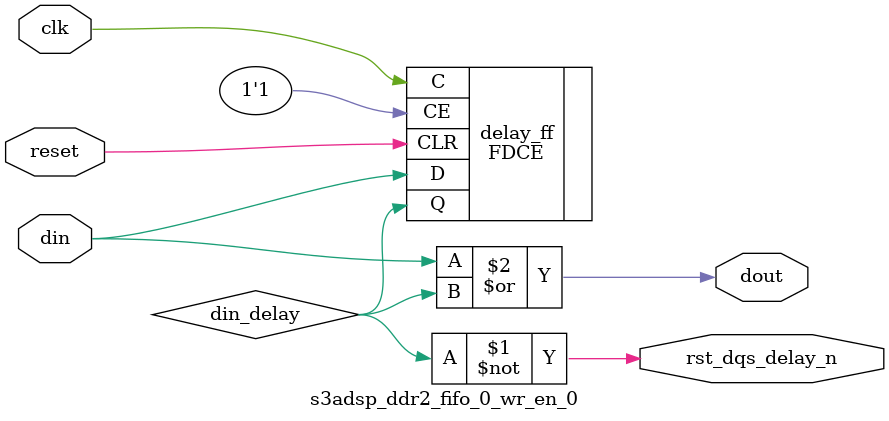
<source format=v>

`timescale 1ns/100ps
module s3adsp_ddr2_fifo_0_wr_en_0
  (
   input     clk,
   input     reset,
   input     din,
   output    rst_dqs_delay_n,
   output    dout
   );

   localparam TIE_HIGH = 1'b1;

   wire      din_delay;
   
   assign rst_dqs_delay_n = ~din_delay;
   assign dout = (din | (din_delay));


   FDCE delay_ff 
     (.Q  (din_delay), 
      .C  (clk), 
      .CE (TIE_HIGH), 
      .CLR  (reset), 
      .D  (din));

endmodule

</source>
